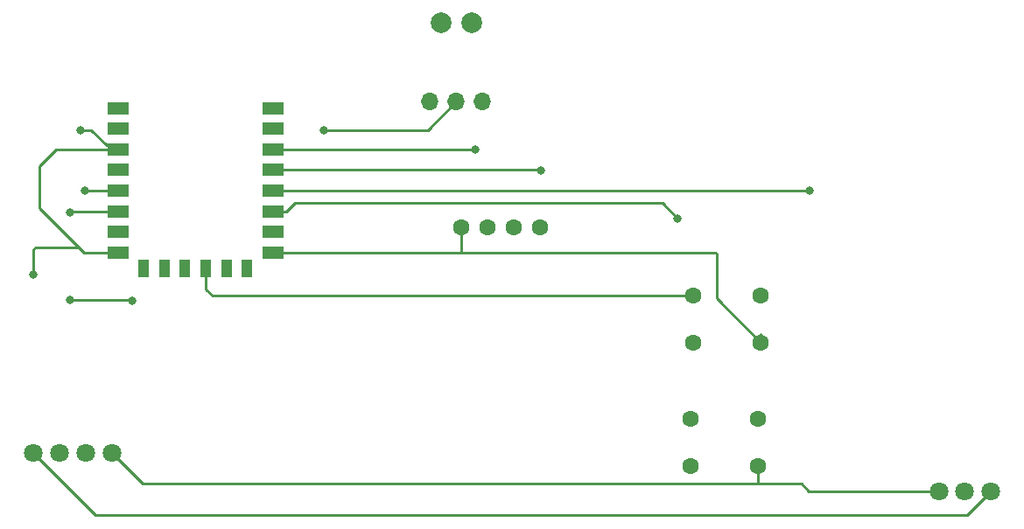
<source format=gbr>
%TF.GenerationSoftware,KiCad,Pcbnew,(7.0.0)*%
%TF.CreationDate,2025-03-31T13:01:06+03:00*%
%TF.ProjectId,test,74657374-2e6b-4696-9361-645f70636258,rev?*%
%TF.SameCoordinates,Original*%
%TF.FileFunction,Copper,L1,Top*%
%TF.FilePolarity,Positive*%
%FSLAX46Y46*%
G04 Gerber Fmt 4.6, Leading zero omitted, Abs format (unit mm)*
G04 Created by KiCad (PCBNEW (7.0.0)) date 2025-03-31 13:01:06*
%MOMM*%
%LPD*%
G01*
G04 APERTURE LIST*
%TA.AperFunction,ComponentPad*%
%ADD10C,1.800000*%
%TD*%
%TA.AperFunction,ComponentPad*%
%ADD11O,1.700000X1.700000*%
%TD*%
%TA.AperFunction,ComponentPad*%
%ADD12C,1.600000*%
%TD*%
%TA.AperFunction,SMDPad,CuDef*%
%ADD13R,2.000000X1.200000*%
%TD*%
%TA.AperFunction,SMDPad,CuDef*%
%ADD14R,1.100000X1.700000*%
%TD*%
%TA.AperFunction,ComponentPad*%
%ADD15C,2.000000*%
%TD*%
%TA.AperFunction,ViaPad*%
%ADD16C,0.800000*%
%TD*%
%TA.AperFunction,Conductor*%
%ADD17C,0.250000*%
%TD*%
G04 APERTURE END LIST*
D10*
%TO.P,RV1,1,1*%
%TO.N,Net-(J1-Pin_3)*%
X211000000Y-101000000D03*
%TO.P,RV1,2,2*%
%TO.N,Net-(U2-IO0)*%
X213500000Y-101000000D03*
%TO.P,RV1,3,3*%
%TO.N,Net-(J1-Pin_2)*%
X216000000Y-101000000D03*
%TD*%
D11*
%TO.P,J1,1,Pin_1*%
%TO.N,Net-(J1-Pin_1)*%
X166862999Y-63245999D03*
%TO.P,J1,2,Pin_2*%
%TO.N,Net-(J1-Pin_2)*%
X164322999Y-63245999D03*
%TO.P,J1,3,Pin_3*%
%TO.N,Net-(J1-Pin_3)*%
X161782999Y-63245999D03*
%TD*%
D12*
%TO.P,S1,1*%
%TO.N,Net-(U2-IO10)*%
X187250000Y-82078000D03*
%TO.P,S1,2*%
%TO.N,unconnected-(S1-Pad2)*%
X193750000Y-82078000D03*
%TO.P,S1,3*%
%TO.N,unconnected-(S1-Pad3)*%
X187250000Y-86578000D03*
%TO.P,S1,4*%
%TO.N,Net-(J1-Pin_3)*%
X193750000Y-86578000D03*
%TD*%
D13*
%TO.P,U2,1,RESET*%
%TO.N,unconnected-(U2-RESET-Pad1)*%
X131578299Y-63880499D03*
%TO.P,U2,2,ADC*%
%TO.N,unconnected-(U2-ADC-Pad2)*%
X131578299Y-65880499D03*
%TO.P,U2,3,EN*%
%TO.N,Net-(J1-Pin_2)*%
X131578299Y-67880499D03*
%TO.P,U2,4,IO16*%
%TO.N,unconnected-(U2-IO16-Pad4)*%
X131578299Y-69880499D03*
%TO.P,U2,5,IO14*%
%TO.N,Net-(U1-TRIG)*%
X131578299Y-71880499D03*
%TO.P,U2,6,IO12*%
%TO.N,Net-(U1-ECHO)*%
X131578299Y-73880499D03*
%TO.P,U2,7,IO13*%
%TO.N,unconnected-(U2-IO13-Pad7)*%
X131578299Y-75880499D03*
%TO.P,U2,8,VCC*%
%TO.N,Net-(J1-Pin_2)*%
X131578299Y-77880499D03*
D14*
%TO.P,U2,9,CS0*%
%TO.N,unconnected-(U2-CS0-Pad9)*%
X134078299Y-79380499D03*
%TO.P,U2,10,MISO*%
%TO.N,unconnected-(U2-MISO-Pad10)*%
X136078299Y-79380499D03*
%TO.P,U2,11,IO9*%
%TO.N,unconnected-(U2-IO9-Pad11)*%
X138078299Y-79380499D03*
%TO.P,U2,12,IO10*%
%TO.N,Net-(U2-IO10)*%
X140078299Y-79380499D03*
%TO.P,U2,13,MOSI*%
%TO.N,unconnected-(U2-MOSI-Pad13)*%
X142078299Y-79380499D03*
%TO.P,U2,14,SCLK*%
%TO.N,unconnected-(U2-SCLK-Pad14)*%
X144078299Y-79380499D03*
D13*
%TO.P,U2,15,GND*%
%TO.N,Net-(J1-Pin_3)*%
X146578299Y-77880499D03*
%TO.P,U2,16,IO15*%
%TO.N,unconnected-(U2-IO15-Pad16)*%
X146578299Y-75880499D03*
%TO.P,U2,17,IO2*%
%TO.N,Net-(U2-IO2)*%
X146578299Y-73880499D03*
%TO.P,U2,18,IO0*%
%TO.N,Net-(U2-IO0)*%
X146578299Y-71880499D03*
%TO.P,U2,19,IO4*%
%TO.N,Net-(U2-IO4)*%
X146578299Y-69880499D03*
%TO.P,U2,20,IO5*%
%TO.N,Net-(U2-IO5)*%
X146578299Y-67880499D03*
%TO.P,U2,21,RXD*%
%TO.N,unconnected-(U2-RXD-Pad21)*%
X146578299Y-65880499D03*
%TO.P,U2,22,TXD*%
%TO.N,unconnected-(U2-TXD-Pad22)*%
X146578299Y-63880499D03*
%TD*%
D12*
%TO.P,U3,1,GND*%
%TO.N,Net-(J1-Pin_3)*%
X164846000Y-75438000D03*
%TO.P,U3,2,VCC*%
%TO.N,Net-(J1-Pin_2)*%
X167386000Y-75438000D03*
%TO.P,U3,3,SCL*%
%TO.N,Net-(U2-IO5)*%
X169926000Y-75438000D03*
%TO.P,U3,4,SDA*%
%TO.N,Net-(U2-IO4)*%
X172466000Y-75438000D03*
%TD*%
%TO.P,S2,1*%
%TO.N,Net-(U2-IO2)*%
X186996000Y-94016000D03*
%TO.P,S2,2*%
%TO.N,unconnected-(S2-Pad2)*%
X193496000Y-94016000D03*
%TO.P,S2,3*%
%TO.N,unconnected-(S2-Pad3)*%
X186996000Y-98516000D03*
%TO.P,S2,4*%
%TO.N,Net-(J1-Pin_3)*%
X193496000Y-98516000D03*
%TD*%
D15*
%TO.P,J2,1,Pin_1*%
%TO.N,Net-(J1-Pin_1)*%
X165847000Y-55626000D03*
%TO.P,J2,2,Pin_2*%
%TO.N,Net-(J1-Pin_3)*%
X162847000Y-55626000D03*
%TD*%
D10*
%TO.P,U1,1,VCC*%
%TO.N,Net-(J1-Pin_2)*%
X123444000Y-97301000D03*
%TO.P,U1,2,TRIG*%
%TO.N,Net-(U1-TRIG)*%
X125984000Y-97301000D03*
%TO.P,U1,3,ECHO*%
%TO.N,Net-(U1-ECHO)*%
X128524000Y-97301000D03*
%TO.P,U1,4,GND*%
%TO.N,Net-(J1-Pin_3)*%
X131064000Y-97301000D03*
%TD*%
D16*
%TO.N,Net-(U2-IO0)*%
X198506200Y-71880500D03*
%TO.N,Net-(U2-IO2)*%
X185739400Y-74550000D03*
%TO.N,Net-(U1-TRIG)*%
X128400000Y-71900000D03*
%TO.N,Net-(U1-ECHO)*%
X127000000Y-82500000D03*
X133000000Y-82550000D03*
X127000000Y-74000000D03*
%TO.N,Net-(U2-IO4)*%
X172500000Y-69900000D03*
%TO.N,Net-(U2-IO5)*%
X166150000Y-67900000D03*
%TO.N,Net-(J1-Pin_2)*%
X151500000Y-66000000D03*
X128000000Y-66000000D03*
X123444000Y-80028600D03*
%TD*%
D17*
%TO.N,Net-(U2-IO0)*%
X146578300Y-71880500D02*
X198506200Y-71880500D01*
%TO.N,Net-(U2-IO10)*%
X140734600Y-82078000D02*
X187250000Y-82078000D01*
X140078300Y-79380500D02*
X140078300Y-81421700D01*
X140078300Y-81421700D02*
X140734600Y-82078000D01*
%TO.N,Net-(U2-IO2)*%
X147905200Y-73880500D02*
X146578300Y-73880500D01*
X185739400Y-74550000D02*
X184293500Y-73104100D01*
X148681600Y-73104100D02*
X147905200Y-73880500D01*
X184293500Y-73104100D02*
X148681600Y-73104100D01*
%TO.N,Net-(U1-TRIG)*%
X130251400Y-71880500D02*
X131578300Y-71880500D01*
X128400000Y-71900000D02*
X130231900Y-71900000D01*
X130231900Y-71900000D02*
X130251400Y-71880500D01*
%TO.N,Net-(U1-ECHO)*%
X131578300Y-73880500D02*
X127119500Y-73880500D01*
X132950000Y-82500000D02*
X133000000Y-82550000D01*
X127119500Y-73880500D02*
X127000000Y-74000000D01*
X127000000Y-82500000D02*
X132950000Y-82500000D01*
%TO.N,Net-(U2-IO4)*%
X172416000Y-69880500D02*
X172500000Y-69900000D01*
X172455000Y-69880500D02*
X172435500Y-69880500D01*
X172500000Y-69900000D02*
X172455000Y-69880500D01*
X146578300Y-69880500D02*
X172416000Y-69880500D01*
%TO.N,Net-(U2-IO5)*%
X166130500Y-67880500D02*
X166150000Y-67900000D01*
X146578300Y-67880500D02*
X166130500Y-67880500D01*
%TO.N,Net-(J1-Pin_2)*%
X125619500Y-67880500D02*
X131578300Y-67880500D01*
X127785600Y-77378900D02*
X124000000Y-73593300D01*
X130500000Y-67500000D02*
X131197800Y-67500000D01*
X213700000Y-103300000D02*
X216000000Y-101000000D01*
X131578300Y-77880500D02*
X130251400Y-77880500D01*
X161000000Y-66000000D02*
X151500000Y-66000000D01*
X124000000Y-69500000D02*
X125619500Y-67880500D01*
X161569000Y-66000000D02*
X161000000Y-66000000D01*
X128287200Y-77880500D02*
X127785600Y-77378900D01*
X129443000Y-103300000D02*
X213700000Y-103300000D01*
X164323000Y-63246000D02*
X161569000Y-66000000D01*
X124000000Y-73593300D02*
X124000000Y-69500000D01*
X123444000Y-77556000D02*
X123621100Y-77378900D01*
X123444000Y-80028600D02*
X123444000Y-77556000D01*
X128000000Y-66000000D02*
X129000000Y-66000000D01*
X123621100Y-77378900D02*
X127785600Y-77378900D01*
X129000000Y-66000000D02*
X130500000Y-67500000D01*
X130251400Y-77880500D02*
X128287200Y-77880500D01*
X131197800Y-67500000D02*
X131578300Y-67880500D01*
X123444000Y-97301000D02*
X129443000Y-103300000D01*
%TO.N,Net-(J1-Pin_3)*%
X164846000Y-77880500D02*
X189380500Y-77880500D01*
X197700000Y-100250000D02*
X198450000Y-101000000D01*
X193750000Y-85750000D02*
X193750000Y-86578000D01*
X134013000Y-100250000D02*
X193500000Y-100250000D01*
X189500000Y-78000000D02*
X189500000Y-82328000D01*
X189500000Y-82328000D02*
X193750000Y-86578000D01*
X193496000Y-98516000D02*
X193496000Y-100246000D01*
X193500000Y-100250000D02*
X197700000Y-100250000D01*
X193496000Y-100246000D02*
X193500000Y-100250000D01*
X146578300Y-77880500D02*
X164846000Y-77880500D01*
X198450000Y-101000000D02*
X211000000Y-101000000D01*
X189380500Y-77880500D02*
X189500000Y-78000000D01*
X164846000Y-77880500D02*
X164846000Y-75438000D01*
X131064000Y-97301000D02*
X134013000Y-100250000D01*
%TD*%
M02*

</source>
